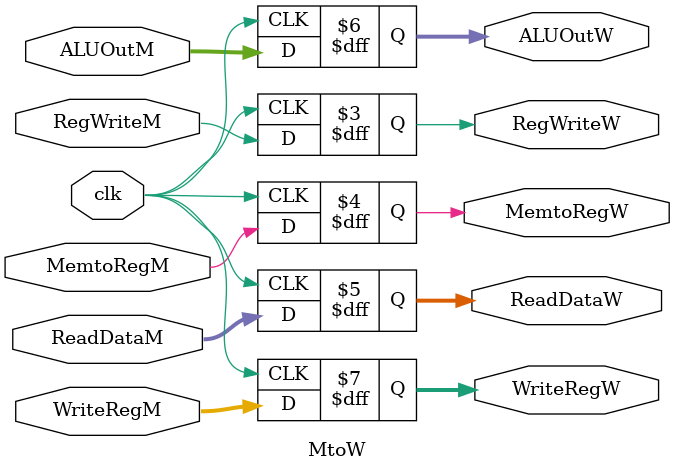
<source format=v>
module MtoW(clk, RegWriteM, MemtoRegM, ReadDataM, ALUOutM, WriteRegM, RegWriteW, MemtoRegW, ReadDataW, ALUOutW, WriteRegW); 

    input clk;
    input RegWriteM;
    input MemtoRegM;
    input [31:0] ReadDataM;
    input [31:0] ALUOutM;
    input [4:0] WriteRegM;

    output reg RegWriteW;
    output reg MemtoRegW;
    output reg [31:0] ReadDataW;
    output reg [31:0] ALUOutW;
    output reg [4:0] WriteRegW;

    initial begin 
        RegWriteW = 0;
        MemtoRegW = 0;
        ReadDataW = 0;
        ALUOutW = 0;
        WriteRegW = 0;
    end 

    always@(posedge clk)
    begin      
        RegWriteW <= RegWriteM;
        MemtoRegW <= MemtoRegM;
        ReadDataW <= ReadDataM;
        ALUOutW <= ALUOutM;
        WriteRegW <= WriteRegM;
    end

endmodule
</source>
